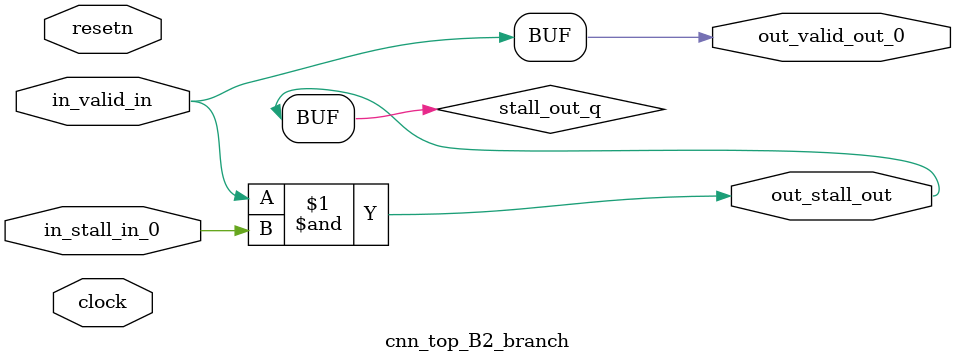
<source format=sv>



(* altera_attribute = "-name AUTO_SHIFT_REGISTER_RECOGNITION OFF; -name MESSAGE_DISABLE 10036; -name MESSAGE_DISABLE 10037; -name MESSAGE_DISABLE 14130; -name MESSAGE_DISABLE 14320; -name MESSAGE_DISABLE 15400; -name MESSAGE_DISABLE 14130; -name MESSAGE_DISABLE 10036; -name MESSAGE_DISABLE 12020; -name MESSAGE_DISABLE 12030; -name MESSAGE_DISABLE 12010; -name MESSAGE_DISABLE 12110; -name MESSAGE_DISABLE 14320; -name MESSAGE_DISABLE 13410; -name MESSAGE_DISABLE 113007; -name MESSAGE_DISABLE 10958" *)
module cnn_top_B2_branch (
    input wire [0:0] in_stall_in_0,
    input wire [0:0] in_valid_in,
    output wire [0:0] out_stall_out,
    output wire [0:0] out_valid_out_0,
    input wire clock,
    input wire resetn
    );

    wire [0:0] stall_out_q;


    // stall_out(LOGICAL,6)
    assign stall_out_q = in_valid_in & in_stall_in_0;

    // out_stall_out(GPOUT,4)
    assign out_stall_out = stall_out_q;

    // out_valid_out_0(GPOUT,5)
    assign out_valid_out_0 = in_valid_in;

endmodule

</source>
